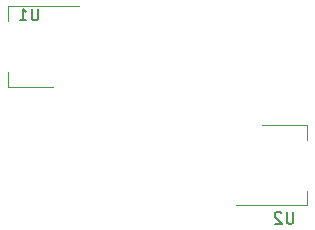
<source format=gbr>
%TF.GenerationSoftware,KiCad,Pcbnew,(6.0.0)*%
%TF.CreationDate,2022-06-16T16:12:24+02:00*%
%TF.ProjectId,sdrt41,73647274-3431-42e6-9b69-6361645f7063,rev?*%
%TF.SameCoordinates,Original*%
%TF.FileFunction,Legend,Bot*%
%TF.FilePolarity,Positive*%
%FSLAX46Y46*%
G04 Gerber Fmt 4.6, Leading zero omitted, Abs format (unit mm)*
G04 Created by KiCad (PCBNEW (6.0.0)) date 2022-06-16 16:12:24*
%MOMM*%
%LPD*%
G01*
G04 APERTURE LIST*
%ADD10C,0.150000*%
%ADD11C,0.120000*%
G04 APERTURE END LIST*
D10*
%TO.C,U2*%
X62102904Y-82057380D02*
X62102904Y-82866904D01*
X62055285Y-82962142D01*
X62007666Y-83009761D01*
X61912428Y-83057380D01*
X61721952Y-83057380D01*
X61626714Y-83009761D01*
X61579095Y-82962142D01*
X61531476Y-82866904D01*
X61531476Y-82057380D01*
X61102904Y-82152619D02*
X61055285Y-82105000D01*
X60960047Y-82057380D01*
X60721952Y-82057380D01*
X60626714Y-82105000D01*
X60579095Y-82152619D01*
X60531476Y-82247857D01*
X60531476Y-82343095D01*
X60579095Y-82485952D01*
X61150523Y-83057380D01*
X60531476Y-83057380D01*
%TO.C,U1*%
X40512904Y-64857380D02*
X40512904Y-65666904D01*
X40465285Y-65762142D01*
X40417666Y-65809761D01*
X40322428Y-65857380D01*
X40131952Y-65857380D01*
X40036714Y-65809761D01*
X39989095Y-65762142D01*
X39941476Y-65666904D01*
X39941476Y-64857380D01*
X38941476Y-65857380D02*
X39512904Y-65857380D01*
X39227190Y-65857380D02*
X39227190Y-64857380D01*
X39322428Y-65000238D01*
X39417666Y-65095476D01*
X39512904Y-65143095D01*
D11*
%TO.C,U2*%
X59491000Y-74695000D02*
X63251000Y-74695000D01*
X63251000Y-74695000D02*
X63251000Y-75955000D01*
X63251000Y-81515000D02*
X63251000Y-80255000D01*
X57241000Y-81515000D02*
X63251000Y-81515000D01*
%TO.C,U1*%
X41728000Y-71482000D02*
X37968000Y-71482000D01*
X37968000Y-64662000D02*
X37968000Y-65922000D01*
X43978000Y-64662000D02*
X37968000Y-64662000D01*
X37968000Y-71482000D02*
X37968000Y-70222000D01*
%TD*%
M02*

</source>
